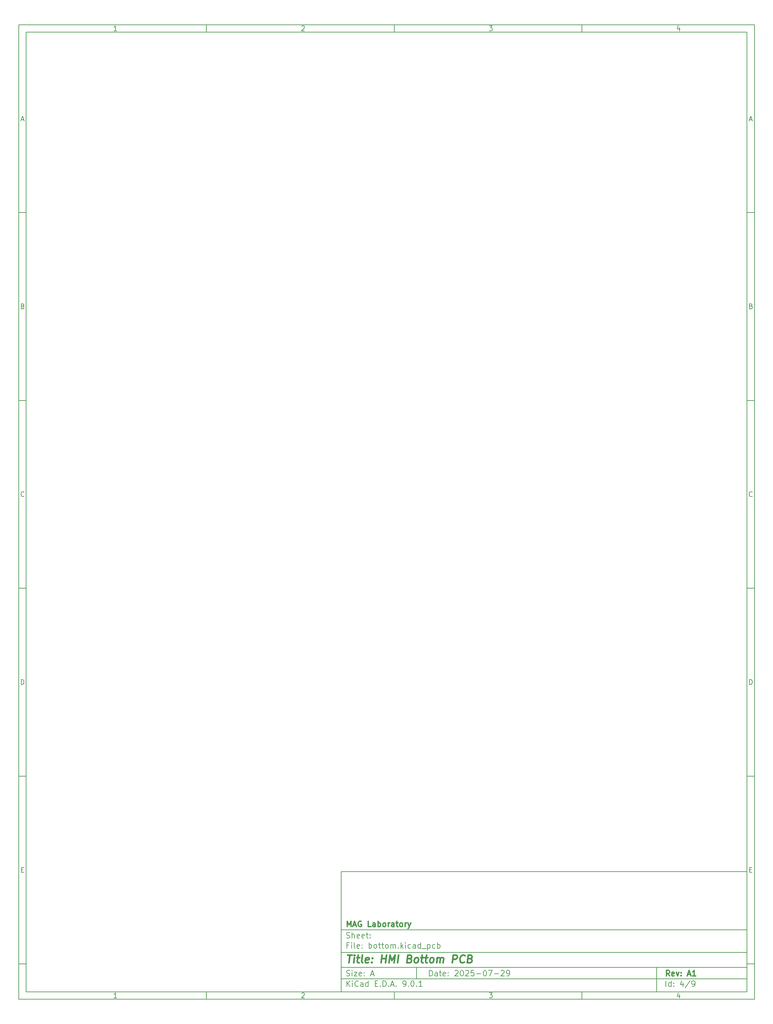
<source format=gbr>
%TF.GenerationSoftware,KiCad,Pcbnew,9.0.1*%
%TF.CreationDate,2025-07-31T02:38:39-07:00*%
%TF.ProjectId,bottom,626f7474-6f6d-42e6-9b69-6361645f7063,A1*%
%TF.SameCoordinates,PX578c1c0PY3d09000*%
%TF.FileFunction,Paste,Bot*%
%TF.FilePolarity,Positive*%
%FSLAX46Y46*%
G04 Gerber Fmt 4.6, Leading zero omitted, Abs format (unit mm)*
G04 Created by KiCad (PCBNEW 9.0.1) date 2025-07-31 02:38:39*
%MOMM*%
%LPD*%
G01*
G04 APERTURE LIST*
%ADD10C,0.100000*%
%ADD11C,0.150000*%
%ADD12C,0.300000*%
%ADD13C,0.400000*%
G04 APERTURE END LIST*
D10*
D11*
X4100000Y-171400000D02*
X112100000Y-171400000D01*
X112100000Y-203400000D01*
X4100000Y-203400000D01*
X4100000Y-171400000D01*
D10*
D11*
X-81800000Y54000000D02*
X114100000Y54000000D01*
X114100000Y-205400000D01*
X-81800000Y-205400000D01*
X-81800000Y54000000D01*
D10*
D11*
X-79800000Y52000000D02*
X112100000Y52000000D01*
X112100000Y-203400000D01*
X-79800000Y-203400000D01*
X-79800000Y52000000D01*
D10*
D11*
X-31800000Y52000000D02*
X-31800000Y54000000D01*
D10*
D11*
X18200000Y52000000D02*
X18200000Y54000000D01*
D10*
D11*
X68200000Y52000000D02*
X68200000Y54000000D01*
D10*
D11*
X-55710840Y52406396D02*
X-56453697Y52406396D01*
X-56082269Y52406396D02*
X-56082269Y53706396D01*
X-56082269Y53706396D02*
X-56206078Y53520681D01*
X-56206078Y53520681D02*
X-56329888Y53396872D01*
X-56329888Y53396872D02*
X-56453697Y53334967D01*
D10*
D11*
X-6453697Y53582586D02*
X-6391793Y53644491D01*
X-6391793Y53644491D02*
X-6267983Y53706396D01*
X-6267983Y53706396D02*
X-5958459Y53706396D01*
X-5958459Y53706396D02*
X-5834650Y53644491D01*
X-5834650Y53644491D02*
X-5772745Y53582586D01*
X-5772745Y53582586D02*
X-5710840Y53458777D01*
X-5710840Y53458777D02*
X-5710840Y53334967D01*
X-5710840Y53334967D02*
X-5772745Y53149253D01*
X-5772745Y53149253D02*
X-6515602Y52406396D01*
X-6515602Y52406396D02*
X-5710840Y52406396D01*
D10*
D11*
X43484398Y53706396D02*
X44289160Y53706396D01*
X44289160Y53706396D02*
X43855826Y53211158D01*
X43855826Y53211158D02*
X44041541Y53211158D01*
X44041541Y53211158D02*
X44165350Y53149253D01*
X44165350Y53149253D02*
X44227255Y53087348D01*
X44227255Y53087348D02*
X44289160Y52963539D01*
X44289160Y52963539D02*
X44289160Y52654015D01*
X44289160Y52654015D02*
X44227255Y52530205D01*
X44227255Y52530205D02*
X44165350Y52468300D01*
X44165350Y52468300D02*
X44041541Y52406396D01*
X44041541Y52406396D02*
X43670112Y52406396D01*
X43670112Y52406396D02*
X43546303Y52468300D01*
X43546303Y52468300D02*
X43484398Y52530205D01*
D10*
D11*
X94165350Y53273062D02*
X94165350Y52406396D01*
X93855826Y53768300D02*
X93546303Y52839729D01*
X93546303Y52839729D02*
X94351064Y52839729D01*
D10*
D11*
X-31800000Y-203400000D02*
X-31800000Y-205400000D01*
D10*
D11*
X18200000Y-203400000D02*
X18200000Y-205400000D01*
D10*
D11*
X68200000Y-203400000D02*
X68200000Y-205400000D01*
D10*
D11*
X-55710840Y-204993604D02*
X-56453697Y-204993604D01*
X-56082269Y-204993604D02*
X-56082269Y-203693604D01*
X-56082269Y-203693604D02*
X-56206078Y-203879319D01*
X-56206078Y-203879319D02*
X-56329888Y-204003128D01*
X-56329888Y-204003128D02*
X-56453697Y-204065033D01*
D10*
D11*
X-6453697Y-203817414D02*
X-6391793Y-203755509D01*
X-6391793Y-203755509D02*
X-6267983Y-203693604D01*
X-6267983Y-203693604D02*
X-5958459Y-203693604D01*
X-5958459Y-203693604D02*
X-5834650Y-203755509D01*
X-5834650Y-203755509D02*
X-5772745Y-203817414D01*
X-5772745Y-203817414D02*
X-5710840Y-203941223D01*
X-5710840Y-203941223D02*
X-5710840Y-204065033D01*
X-5710840Y-204065033D02*
X-5772745Y-204250747D01*
X-5772745Y-204250747D02*
X-6515602Y-204993604D01*
X-6515602Y-204993604D02*
X-5710840Y-204993604D01*
D10*
D11*
X43484398Y-203693604D02*
X44289160Y-203693604D01*
X44289160Y-203693604D02*
X43855826Y-204188842D01*
X43855826Y-204188842D02*
X44041541Y-204188842D01*
X44041541Y-204188842D02*
X44165350Y-204250747D01*
X44165350Y-204250747D02*
X44227255Y-204312652D01*
X44227255Y-204312652D02*
X44289160Y-204436461D01*
X44289160Y-204436461D02*
X44289160Y-204745985D01*
X44289160Y-204745985D02*
X44227255Y-204869795D01*
X44227255Y-204869795D02*
X44165350Y-204931700D01*
X44165350Y-204931700D02*
X44041541Y-204993604D01*
X44041541Y-204993604D02*
X43670112Y-204993604D01*
X43670112Y-204993604D02*
X43546303Y-204931700D01*
X43546303Y-204931700D02*
X43484398Y-204869795D01*
D10*
D11*
X94165350Y-204126938D02*
X94165350Y-204993604D01*
X93855826Y-203631700D02*
X93546303Y-204560271D01*
X93546303Y-204560271D02*
X94351064Y-204560271D01*
D10*
D11*
X-81800000Y4000000D02*
X-79800000Y4000000D01*
D10*
D11*
X-81800000Y-46000000D02*
X-79800000Y-46000000D01*
D10*
D11*
X-81800000Y-96000000D02*
X-79800000Y-96000000D01*
D10*
D11*
X-81800000Y-146000000D02*
X-79800000Y-146000000D01*
D10*
D11*
X-81800000Y-196000000D02*
X-79800000Y-196000000D01*
D10*
D11*
X-81109524Y28777824D02*
X-80490477Y28777824D01*
X-81233334Y28406396D02*
X-80800001Y29706396D01*
X-80800001Y29706396D02*
X-80366667Y28406396D01*
D10*
D11*
X-80707143Y-20912652D02*
X-80521429Y-20974557D01*
X-80521429Y-20974557D02*
X-80459524Y-21036461D01*
X-80459524Y-21036461D02*
X-80397620Y-21160271D01*
X-80397620Y-21160271D02*
X-80397620Y-21345985D01*
X-80397620Y-21345985D02*
X-80459524Y-21469795D01*
X-80459524Y-21469795D02*
X-80521429Y-21531700D01*
X-80521429Y-21531700D02*
X-80645239Y-21593604D01*
X-80645239Y-21593604D02*
X-81140477Y-21593604D01*
X-81140477Y-21593604D02*
X-81140477Y-20293604D01*
X-81140477Y-20293604D02*
X-80707143Y-20293604D01*
X-80707143Y-20293604D02*
X-80583334Y-20355509D01*
X-80583334Y-20355509D02*
X-80521429Y-20417414D01*
X-80521429Y-20417414D02*
X-80459524Y-20541223D01*
X-80459524Y-20541223D02*
X-80459524Y-20665033D01*
X-80459524Y-20665033D02*
X-80521429Y-20788842D01*
X-80521429Y-20788842D02*
X-80583334Y-20850747D01*
X-80583334Y-20850747D02*
X-80707143Y-20912652D01*
X-80707143Y-20912652D02*
X-81140477Y-20912652D01*
D10*
D11*
X-80397620Y-71469795D02*
X-80459524Y-71531700D01*
X-80459524Y-71531700D02*
X-80645239Y-71593604D01*
X-80645239Y-71593604D02*
X-80769048Y-71593604D01*
X-80769048Y-71593604D02*
X-80954762Y-71531700D01*
X-80954762Y-71531700D02*
X-81078572Y-71407890D01*
X-81078572Y-71407890D02*
X-81140477Y-71284080D01*
X-81140477Y-71284080D02*
X-81202381Y-71036461D01*
X-81202381Y-71036461D02*
X-81202381Y-70850747D01*
X-81202381Y-70850747D02*
X-81140477Y-70603128D01*
X-81140477Y-70603128D02*
X-81078572Y-70479319D01*
X-81078572Y-70479319D02*
X-80954762Y-70355509D01*
X-80954762Y-70355509D02*
X-80769048Y-70293604D01*
X-80769048Y-70293604D02*
X-80645239Y-70293604D01*
X-80645239Y-70293604D02*
X-80459524Y-70355509D01*
X-80459524Y-70355509D02*
X-80397620Y-70417414D01*
D10*
D11*
X-81140477Y-121593604D02*
X-81140477Y-120293604D01*
X-81140477Y-120293604D02*
X-80830953Y-120293604D01*
X-80830953Y-120293604D02*
X-80645239Y-120355509D01*
X-80645239Y-120355509D02*
X-80521429Y-120479319D01*
X-80521429Y-120479319D02*
X-80459524Y-120603128D01*
X-80459524Y-120603128D02*
X-80397620Y-120850747D01*
X-80397620Y-120850747D02*
X-80397620Y-121036461D01*
X-80397620Y-121036461D02*
X-80459524Y-121284080D01*
X-80459524Y-121284080D02*
X-80521429Y-121407890D01*
X-80521429Y-121407890D02*
X-80645239Y-121531700D01*
X-80645239Y-121531700D02*
X-80830953Y-121593604D01*
X-80830953Y-121593604D02*
X-81140477Y-121593604D01*
D10*
D11*
X-81078572Y-170912652D02*
X-80645238Y-170912652D01*
X-80459524Y-171593604D02*
X-81078572Y-171593604D01*
X-81078572Y-171593604D02*
X-81078572Y-170293604D01*
X-81078572Y-170293604D02*
X-80459524Y-170293604D01*
D10*
D11*
X114100000Y4000000D02*
X112100000Y4000000D01*
D10*
D11*
X114100000Y-46000000D02*
X112100000Y-46000000D01*
D10*
D11*
X114100000Y-96000000D02*
X112100000Y-96000000D01*
D10*
D11*
X114100000Y-146000000D02*
X112100000Y-146000000D01*
D10*
D11*
X114100000Y-196000000D02*
X112100000Y-196000000D01*
D10*
D11*
X112790476Y28777824D02*
X113409523Y28777824D01*
X112666666Y28406396D02*
X113099999Y29706396D01*
X113099999Y29706396D02*
X113533333Y28406396D01*
D10*
D11*
X113192857Y-20912652D02*
X113378571Y-20974557D01*
X113378571Y-20974557D02*
X113440476Y-21036461D01*
X113440476Y-21036461D02*
X113502380Y-21160271D01*
X113502380Y-21160271D02*
X113502380Y-21345985D01*
X113502380Y-21345985D02*
X113440476Y-21469795D01*
X113440476Y-21469795D02*
X113378571Y-21531700D01*
X113378571Y-21531700D02*
X113254761Y-21593604D01*
X113254761Y-21593604D02*
X112759523Y-21593604D01*
X112759523Y-21593604D02*
X112759523Y-20293604D01*
X112759523Y-20293604D02*
X113192857Y-20293604D01*
X113192857Y-20293604D02*
X113316666Y-20355509D01*
X113316666Y-20355509D02*
X113378571Y-20417414D01*
X113378571Y-20417414D02*
X113440476Y-20541223D01*
X113440476Y-20541223D02*
X113440476Y-20665033D01*
X113440476Y-20665033D02*
X113378571Y-20788842D01*
X113378571Y-20788842D02*
X113316666Y-20850747D01*
X113316666Y-20850747D02*
X113192857Y-20912652D01*
X113192857Y-20912652D02*
X112759523Y-20912652D01*
D10*
D11*
X113502380Y-71469795D02*
X113440476Y-71531700D01*
X113440476Y-71531700D02*
X113254761Y-71593604D01*
X113254761Y-71593604D02*
X113130952Y-71593604D01*
X113130952Y-71593604D02*
X112945238Y-71531700D01*
X112945238Y-71531700D02*
X112821428Y-71407890D01*
X112821428Y-71407890D02*
X112759523Y-71284080D01*
X112759523Y-71284080D02*
X112697619Y-71036461D01*
X112697619Y-71036461D02*
X112697619Y-70850747D01*
X112697619Y-70850747D02*
X112759523Y-70603128D01*
X112759523Y-70603128D02*
X112821428Y-70479319D01*
X112821428Y-70479319D02*
X112945238Y-70355509D01*
X112945238Y-70355509D02*
X113130952Y-70293604D01*
X113130952Y-70293604D02*
X113254761Y-70293604D01*
X113254761Y-70293604D02*
X113440476Y-70355509D01*
X113440476Y-70355509D02*
X113502380Y-70417414D01*
D10*
D11*
X112759523Y-121593604D02*
X112759523Y-120293604D01*
X112759523Y-120293604D02*
X113069047Y-120293604D01*
X113069047Y-120293604D02*
X113254761Y-120355509D01*
X113254761Y-120355509D02*
X113378571Y-120479319D01*
X113378571Y-120479319D02*
X113440476Y-120603128D01*
X113440476Y-120603128D02*
X113502380Y-120850747D01*
X113502380Y-120850747D02*
X113502380Y-121036461D01*
X113502380Y-121036461D02*
X113440476Y-121284080D01*
X113440476Y-121284080D02*
X113378571Y-121407890D01*
X113378571Y-121407890D02*
X113254761Y-121531700D01*
X113254761Y-121531700D02*
X113069047Y-121593604D01*
X113069047Y-121593604D02*
X112759523Y-121593604D01*
D10*
D11*
X112821428Y-170912652D02*
X113254762Y-170912652D01*
X113440476Y-171593604D02*
X112821428Y-171593604D01*
X112821428Y-171593604D02*
X112821428Y-170293604D01*
X112821428Y-170293604D02*
X113440476Y-170293604D01*
D10*
D11*
X27555826Y-199186128D02*
X27555826Y-197686128D01*
X27555826Y-197686128D02*
X27912969Y-197686128D01*
X27912969Y-197686128D02*
X28127255Y-197757557D01*
X28127255Y-197757557D02*
X28270112Y-197900414D01*
X28270112Y-197900414D02*
X28341541Y-198043271D01*
X28341541Y-198043271D02*
X28412969Y-198328985D01*
X28412969Y-198328985D02*
X28412969Y-198543271D01*
X28412969Y-198543271D02*
X28341541Y-198828985D01*
X28341541Y-198828985D02*
X28270112Y-198971842D01*
X28270112Y-198971842D02*
X28127255Y-199114700D01*
X28127255Y-199114700D02*
X27912969Y-199186128D01*
X27912969Y-199186128D02*
X27555826Y-199186128D01*
X29698684Y-199186128D02*
X29698684Y-198400414D01*
X29698684Y-198400414D02*
X29627255Y-198257557D01*
X29627255Y-198257557D02*
X29484398Y-198186128D01*
X29484398Y-198186128D02*
X29198684Y-198186128D01*
X29198684Y-198186128D02*
X29055826Y-198257557D01*
X29698684Y-199114700D02*
X29555826Y-199186128D01*
X29555826Y-199186128D02*
X29198684Y-199186128D01*
X29198684Y-199186128D02*
X29055826Y-199114700D01*
X29055826Y-199114700D02*
X28984398Y-198971842D01*
X28984398Y-198971842D02*
X28984398Y-198828985D01*
X28984398Y-198828985D02*
X29055826Y-198686128D01*
X29055826Y-198686128D02*
X29198684Y-198614700D01*
X29198684Y-198614700D02*
X29555826Y-198614700D01*
X29555826Y-198614700D02*
X29698684Y-198543271D01*
X30198684Y-198186128D02*
X30770112Y-198186128D01*
X30412969Y-197686128D02*
X30412969Y-198971842D01*
X30412969Y-198971842D02*
X30484398Y-199114700D01*
X30484398Y-199114700D02*
X30627255Y-199186128D01*
X30627255Y-199186128D02*
X30770112Y-199186128D01*
X31841541Y-199114700D02*
X31698684Y-199186128D01*
X31698684Y-199186128D02*
X31412970Y-199186128D01*
X31412970Y-199186128D02*
X31270112Y-199114700D01*
X31270112Y-199114700D02*
X31198684Y-198971842D01*
X31198684Y-198971842D02*
X31198684Y-198400414D01*
X31198684Y-198400414D02*
X31270112Y-198257557D01*
X31270112Y-198257557D02*
X31412970Y-198186128D01*
X31412970Y-198186128D02*
X31698684Y-198186128D01*
X31698684Y-198186128D02*
X31841541Y-198257557D01*
X31841541Y-198257557D02*
X31912970Y-198400414D01*
X31912970Y-198400414D02*
X31912970Y-198543271D01*
X31912970Y-198543271D02*
X31198684Y-198686128D01*
X32555826Y-199043271D02*
X32627255Y-199114700D01*
X32627255Y-199114700D02*
X32555826Y-199186128D01*
X32555826Y-199186128D02*
X32484398Y-199114700D01*
X32484398Y-199114700D02*
X32555826Y-199043271D01*
X32555826Y-199043271D02*
X32555826Y-199186128D01*
X32555826Y-198257557D02*
X32627255Y-198328985D01*
X32627255Y-198328985D02*
X32555826Y-198400414D01*
X32555826Y-198400414D02*
X32484398Y-198328985D01*
X32484398Y-198328985D02*
X32555826Y-198257557D01*
X32555826Y-198257557D02*
X32555826Y-198400414D01*
X34341541Y-197828985D02*
X34412969Y-197757557D01*
X34412969Y-197757557D02*
X34555827Y-197686128D01*
X34555827Y-197686128D02*
X34912969Y-197686128D01*
X34912969Y-197686128D02*
X35055827Y-197757557D01*
X35055827Y-197757557D02*
X35127255Y-197828985D01*
X35127255Y-197828985D02*
X35198684Y-197971842D01*
X35198684Y-197971842D02*
X35198684Y-198114700D01*
X35198684Y-198114700D02*
X35127255Y-198328985D01*
X35127255Y-198328985D02*
X34270112Y-199186128D01*
X34270112Y-199186128D02*
X35198684Y-199186128D01*
X36127255Y-197686128D02*
X36270112Y-197686128D01*
X36270112Y-197686128D02*
X36412969Y-197757557D01*
X36412969Y-197757557D02*
X36484398Y-197828985D01*
X36484398Y-197828985D02*
X36555826Y-197971842D01*
X36555826Y-197971842D02*
X36627255Y-198257557D01*
X36627255Y-198257557D02*
X36627255Y-198614700D01*
X36627255Y-198614700D02*
X36555826Y-198900414D01*
X36555826Y-198900414D02*
X36484398Y-199043271D01*
X36484398Y-199043271D02*
X36412969Y-199114700D01*
X36412969Y-199114700D02*
X36270112Y-199186128D01*
X36270112Y-199186128D02*
X36127255Y-199186128D01*
X36127255Y-199186128D02*
X35984398Y-199114700D01*
X35984398Y-199114700D02*
X35912969Y-199043271D01*
X35912969Y-199043271D02*
X35841540Y-198900414D01*
X35841540Y-198900414D02*
X35770112Y-198614700D01*
X35770112Y-198614700D02*
X35770112Y-198257557D01*
X35770112Y-198257557D02*
X35841540Y-197971842D01*
X35841540Y-197971842D02*
X35912969Y-197828985D01*
X35912969Y-197828985D02*
X35984398Y-197757557D01*
X35984398Y-197757557D02*
X36127255Y-197686128D01*
X37198683Y-197828985D02*
X37270111Y-197757557D01*
X37270111Y-197757557D02*
X37412969Y-197686128D01*
X37412969Y-197686128D02*
X37770111Y-197686128D01*
X37770111Y-197686128D02*
X37912969Y-197757557D01*
X37912969Y-197757557D02*
X37984397Y-197828985D01*
X37984397Y-197828985D02*
X38055826Y-197971842D01*
X38055826Y-197971842D02*
X38055826Y-198114700D01*
X38055826Y-198114700D02*
X37984397Y-198328985D01*
X37984397Y-198328985D02*
X37127254Y-199186128D01*
X37127254Y-199186128D02*
X38055826Y-199186128D01*
X39412968Y-197686128D02*
X38698682Y-197686128D01*
X38698682Y-197686128D02*
X38627254Y-198400414D01*
X38627254Y-198400414D02*
X38698682Y-198328985D01*
X38698682Y-198328985D02*
X38841540Y-198257557D01*
X38841540Y-198257557D02*
X39198682Y-198257557D01*
X39198682Y-198257557D02*
X39341540Y-198328985D01*
X39341540Y-198328985D02*
X39412968Y-198400414D01*
X39412968Y-198400414D02*
X39484397Y-198543271D01*
X39484397Y-198543271D02*
X39484397Y-198900414D01*
X39484397Y-198900414D02*
X39412968Y-199043271D01*
X39412968Y-199043271D02*
X39341540Y-199114700D01*
X39341540Y-199114700D02*
X39198682Y-199186128D01*
X39198682Y-199186128D02*
X38841540Y-199186128D01*
X38841540Y-199186128D02*
X38698682Y-199114700D01*
X38698682Y-199114700D02*
X38627254Y-199043271D01*
X40127253Y-198614700D02*
X41270111Y-198614700D01*
X42270111Y-197686128D02*
X42412968Y-197686128D01*
X42412968Y-197686128D02*
X42555825Y-197757557D01*
X42555825Y-197757557D02*
X42627254Y-197828985D01*
X42627254Y-197828985D02*
X42698682Y-197971842D01*
X42698682Y-197971842D02*
X42770111Y-198257557D01*
X42770111Y-198257557D02*
X42770111Y-198614700D01*
X42770111Y-198614700D02*
X42698682Y-198900414D01*
X42698682Y-198900414D02*
X42627254Y-199043271D01*
X42627254Y-199043271D02*
X42555825Y-199114700D01*
X42555825Y-199114700D02*
X42412968Y-199186128D01*
X42412968Y-199186128D02*
X42270111Y-199186128D01*
X42270111Y-199186128D02*
X42127254Y-199114700D01*
X42127254Y-199114700D02*
X42055825Y-199043271D01*
X42055825Y-199043271D02*
X41984396Y-198900414D01*
X41984396Y-198900414D02*
X41912968Y-198614700D01*
X41912968Y-198614700D02*
X41912968Y-198257557D01*
X41912968Y-198257557D02*
X41984396Y-197971842D01*
X41984396Y-197971842D02*
X42055825Y-197828985D01*
X42055825Y-197828985D02*
X42127254Y-197757557D01*
X42127254Y-197757557D02*
X42270111Y-197686128D01*
X43270110Y-197686128D02*
X44270110Y-197686128D01*
X44270110Y-197686128D02*
X43627253Y-199186128D01*
X44841538Y-198614700D02*
X45984396Y-198614700D01*
X46627253Y-197828985D02*
X46698681Y-197757557D01*
X46698681Y-197757557D02*
X46841539Y-197686128D01*
X46841539Y-197686128D02*
X47198681Y-197686128D01*
X47198681Y-197686128D02*
X47341539Y-197757557D01*
X47341539Y-197757557D02*
X47412967Y-197828985D01*
X47412967Y-197828985D02*
X47484396Y-197971842D01*
X47484396Y-197971842D02*
X47484396Y-198114700D01*
X47484396Y-198114700D02*
X47412967Y-198328985D01*
X47412967Y-198328985D02*
X46555824Y-199186128D01*
X46555824Y-199186128D02*
X47484396Y-199186128D01*
X48198681Y-199186128D02*
X48484395Y-199186128D01*
X48484395Y-199186128D02*
X48627252Y-199114700D01*
X48627252Y-199114700D02*
X48698681Y-199043271D01*
X48698681Y-199043271D02*
X48841538Y-198828985D01*
X48841538Y-198828985D02*
X48912967Y-198543271D01*
X48912967Y-198543271D02*
X48912967Y-197971842D01*
X48912967Y-197971842D02*
X48841538Y-197828985D01*
X48841538Y-197828985D02*
X48770110Y-197757557D01*
X48770110Y-197757557D02*
X48627252Y-197686128D01*
X48627252Y-197686128D02*
X48341538Y-197686128D01*
X48341538Y-197686128D02*
X48198681Y-197757557D01*
X48198681Y-197757557D02*
X48127252Y-197828985D01*
X48127252Y-197828985D02*
X48055824Y-197971842D01*
X48055824Y-197971842D02*
X48055824Y-198328985D01*
X48055824Y-198328985D02*
X48127252Y-198471842D01*
X48127252Y-198471842D02*
X48198681Y-198543271D01*
X48198681Y-198543271D02*
X48341538Y-198614700D01*
X48341538Y-198614700D02*
X48627252Y-198614700D01*
X48627252Y-198614700D02*
X48770110Y-198543271D01*
X48770110Y-198543271D02*
X48841538Y-198471842D01*
X48841538Y-198471842D02*
X48912967Y-198328985D01*
D10*
D11*
X4100000Y-199900000D02*
X112100000Y-199900000D01*
D10*
D11*
X5555826Y-201986128D02*
X5555826Y-200486128D01*
X6412969Y-201986128D02*
X5770112Y-201128985D01*
X6412969Y-200486128D02*
X5555826Y-201343271D01*
X7055826Y-201986128D02*
X7055826Y-200986128D01*
X7055826Y-200486128D02*
X6984398Y-200557557D01*
X6984398Y-200557557D02*
X7055826Y-200628985D01*
X7055826Y-200628985D02*
X7127255Y-200557557D01*
X7127255Y-200557557D02*
X7055826Y-200486128D01*
X7055826Y-200486128D02*
X7055826Y-200628985D01*
X8627255Y-201843271D02*
X8555827Y-201914700D01*
X8555827Y-201914700D02*
X8341541Y-201986128D01*
X8341541Y-201986128D02*
X8198684Y-201986128D01*
X8198684Y-201986128D02*
X7984398Y-201914700D01*
X7984398Y-201914700D02*
X7841541Y-201771842D01*
X7841541Y-201771842D02*
X7770112Y-201628985D01*
X7770112Y-201628985D02*
X7698684Y-201343271D01*
X7698684Y-201343271D02*
X7698684Y-201128985D01*
X7698684Y-201128985D02*
X7770112Y-200843271D01*
X7770112Y-200843271D02*
X7841541Y-200700414D01*
X7841541Y-200700414D02*
X7984398Y-200557557D01*
X7984398Y-200557557D02*
X8198684Y-200486128D01*
X8198684Y-200486128D02*
X8341541Y-200486128D01*
X8341541Y-200486128D02*
X8555827Y-200557557D01*
X8555827Y-200557557D02*
X8627255Y-200628985D01*
X9912970Y-201986128D02*
X9912970Y-201200414D01*
X9912970Y-201200414D02*
X9841541Y-201057557D01*
X9841541Y-201057557D02*
X9698684Y-200986128D01*
X9698684Y-200986128D02*
X9412970Y-200986128D01*
X9412970Y-200986128D02*
X9270112Y-201057557D01*
X9912970Y-201914700D02*
X9770112Y-201986128D01*
X9770112Y-201986128D02*
X9412970Y-201986128D01*
X9412970Y-201986128D02*
X9270112Y-201914700D01*
X9270112Y-201914700D02*
X9198684Y-201771842D01*
X9198684Y-201771842D02*
X9198684Y-201628985D01*
X9198684Y-201628985D02*
X9270112Y-201486128D01*
X9270112Y-201486128D02*
X9412970Y-201414700D01*
X9412970Y-201414700D02*
X9770112Y-201414700D01*
X9770112Y-201414700D02*
X9912970Y-201343271D01*
X11270113Y-201986128D02*
X11270113Y-200486128D01*
X11270113Y-201914700D02*
X11127255Y-201986128D01*
X11127255Y-201986128D02*
X10841541Y-201986128D01*
X10841541Y-201986128D02*
X10698684Y-201914700D01*
X10698684Y-201914700D02*
X10627255Y-201843271D01*
X10627255Y-201843271D02*
X10555827Y-201700414D01*
X10555827Y-201700414D02*
X10555827Y-201271842D01*
X10555827Y-201271842D02*
X10627255Y-201128985D01*
X10627255Y-201128985D02*
X10698684Y-201057557D01*
X10698684Y-201057557D02*
X10841541Y-200986128D01*
X10841541Y-200986128D02*
X11127255Y-200986128D01*
X11127255Y-200986128D02*
X11270113Y-201057557D01*
X13127255Y-201200414D02*
X13627255Y-201200414D01*
X13841541Y-201986128D02*
X13127255Y-201986128D01*
X13127255Y-201986128D02*
X13127255Y-200486128D01*
X13127255Y-200486128D02*
X13841541Y-200486128D01*
X14484398Y-201843271D02*
X14555827Y-201914700D01*
X14555827Y-201914700D02*
X14484398Y-201986128D01*
X14484398Y-201986128D02*
X14412970Y-201914700D01*
X14412970Y-201914700D02*
X14484398Y-201843271D01*
X14484398Y-201843271D02*
X14484398Y-201986128D01*
X15198684Y-201986128D02*
X15198684Y-200486128D01*
X15198684Y-200486128D02*
X15555827Y-200486128D01*
X15555827Y-200486128D02*
X15770113Y-200557557D01*
X15770113Y-200557557D02*
X15912970Y-200700414D01*
X15912970Y-200700414D02*
X15984399Y-200843271D01*
X15984399Y-200843271D02*
X16055827Y-201128985D01*
X16055827Y-201128985D02*
X16055827Y-201343271D01*
X16055827Y-201343271D02*
X15984399Y-201628985D01*
X15984399Y-201628985D02*
X15912970Y-201771842D01*
X15912970Y-201771842D02*
X15770113Y-201914700D01*
X15770113Y-201914700D02*
X15555827Y-201986128D01*
X15555827Y-201986128D02*
X15198684Y-201986128D01*
X16698684Y-201843271D02*
X16770113Y-201914700D01*
X16770113Y-201914700D02*
X16698684Y-201986128D01*
X16698684Y-201986128D02*
X16627256Y-201914700D01*
X16627256Y-201914700D02*
X16698684Y-201843271D01*
X16698684Y-201843271D02*
X16698684Y-201986128D01*
X17341542Y-201557557D02*
X18055828Y-201557557D01*
X17198685Y-201986128D02*
X17698685Y-200486128D01*
X17698685Y-200486128D02*
X18198685Y-201986128D01*
X18698684Y-201843271D02*
X18770113Y-201914700D01*
X18770113Y-201914700D02*
X18698684Y-201986128D01*
X18698684Y-201986128D02*
X18627256Y-201914700D01*
X18627256Y-201914700D02*
X18698684Y-201843271D01*
X18698684Y-201843271D02*
X18698684Y-201986128D01*
X20627256Y-201986128D02*
X20912970Y-201986128D01*
X20912970Y-201986128D02*
X21055827Y-201914700D01*
X21055827Y-201914700D02*
X21127256Y-201843271D01*
X21127256Y-201843271D02*
X21270113Y-201628985D01*
X21270113Y-201628985D02*
X21341542Y-201343271D01*
X21341542Y-201343271D02*
X21341542Y-200771842D01*
X21341542Y-200771842D02*
X21270113Y-200628985D01*
X21270113Y-200628985D02*
X21198685Y-200557557D01*
X21198685Y-200557557D02*
X21055827Y-200486128D01*
X21055827Y-200486128D02*
X20770113Y-200486128D01*
X20770113Y-200486128D02*
X20627256Y-200557557D01*
X20627256Y-200557557D02*
X20555827Y-200628985D01*
X20555827Y-200628985D02*
X20484399Y-200771842D01*
X20484399Y-200771842D02*
X20484399Y-201128985D01*
X20484399Y-201128985D02*
X20555827Y-201271842D01*
X20555827Y-201271842D02*
X20627256Y-201343271D01*
X20627256Y-201343271D02*
X20770113Y-201414700D01*
X20770113Y-201414700D02*
X21055827Y-201414700D01*
X21055827Y-201414700D02*
X21198685Y-201343271D01*
X21198685Y-201343271D02*
X21270113Y-201271842D01*
X21270113Y-201271842D02*
X21341542Y-201128985D01*
X21984398Y-201843271D02*
X22055827Y-201914700D01*
X22055827Y-201914700D02*
X21984398Y-201986128D01*
X21984398Y-201986128D02*
X21912970Y-201914700D01*
X21912970Y-201914700D02*
X21984398Y-201843271D01*
X21984398Y-201843271D02*
X21984398Y-201986128D01*
X22984399Y-200486128D02*
X23127256Y-200486128D01*
X23127256Y-200486128D02*
X23270113Y-200557557D01*
X23270113Y-200557557D02*
X23341542Y-200628985D01*
X23341542Y-200628985D02*
X23412970Y-200771842D01*
X23412970Y-200771842D02*
X23484399Y-201057557D01*
X23484399Y-201057557D02*
X23484399Y-201414700D01*
X23484399Y-201414700D02*
X23412970Y-201700414D01*
X23412970Y-201700414D02*
X23341542Y-201843271D01*
X23341542Y-201843271D02*
X23270113Y-201914700D01*
X23270113Y-201914700D02*
X23127256Y-201986128D01*
X23127256Y-201986128D02*
X22984399Y-201986128D01*
X22984399Y-201986128D02*
X22841542Y-201914700D01*
X22841542Y-201914700D02*
X22770113Y-201843271D01*
X22770113Y-201843271D02*
X22698684Y-201700414D01*
X22698684Y-201700414D02*
X22627256Y-201414700D01*
X22627256Y-201414700D02*
X22627256Y-201057557D01*
X22627256Y-201057557D02*
X22698684Y-200771842D01*
X22698684Y-200771842D02*
X22770113Y-200628985D01*
X22770113Y-200628985D02*
X22841542Y-200557557D01*
X22841542Y-200557557D02*
X22984399Y-200486128D01*
X24127255Y-201843271D02*
X24198684Y-201914700D01*
X24198684Y-201914700D02*
X24127255Y-201986128D01*
X24127255Y-201986128D02*
X24055827Y-201914700D01*
X24055827Y-201914700D02*
X24127255Y-201843271D01*
X24127255Y-201843271D02*
X24127255Y-201986128D01*
X25627256Y-201986128D02*
X24770113Y-201986128D01*
X25198684Y-201986128D02*
X25198684Y-200486128D01*
X25198684Y-200486128D02*
X25055827Y-200700414D01*
X25055827Y-200700414D02*
X24912970Y-200843271D01*
X24912970Y-200843271D02*
X24770113Y-200914700D01*
D10*
D11*
X4100000Y-196900000D02*
X112100000Y-196900000D01*
D10*
D12*
X91511653Y-199178328D02*
X91011653Y-198464042D01*
X90654510Y-199178328D02*
X90654510Y-197678328D01*
X90654510Y-197678328D02*
X91225939Y-197678328D01*
X91225939Y-197678328D02*
X91368796Y-197749757D01*
X91368796Y-197749757D02*
X91440225Y-197821185D01*
X91440225Y-197821185D02*
X91511653Y-197964042D01*
X91511653Y-197964042D02*
X91511653Y-198178328D01*
X91511653Y-198178328D02*
X91440225Y-198321185D01*
X91440225Y-198321185D02*
X91368796Y-198392614D01*
X91368796Y-198392614D02*
X91225939Y-198464042D01*
X91225939Y-198464042D02*
X90654510Y-198464042D01*
X92725939Y-199106900D02*
X92583082Y-199178328D01*
X92583082Y-199178328D02*
X92297368Y-199178328D01*
X92297368Y-199178328D02*
X92154510Y-199106900D01*
X92154510Y-199106900D02*
X92083082Y-198964042D01*
X92083082Y-198964042D02*
X92083082Y-198392614D01*
X92083082Y-198392614D02*
X92154510Y-198249757D01*
X92154510Y-198249757D02*
X92297368Y-198178328D01*
X92297368Y-198178328D02*
X92583082Y-198178328D01*
X92583082Y-198178328D02*
X92725939Y-198249757D01*
X92725939Y-198249757D02*
X92797368Y-198392614D01*
X92797368Y-198392614D02*
X92797368Y-198535471D01*
X92797368Y-198535471D02*
X92083082Y-198678328D01*
X93297367Y-198178328D02*
X93654510Y-199178328D01*
X93654510Y-199178328D02*
X94011653Y-198178328D01*
X94583081Y-199035471D02*
X94654510Y-199106900D01*
X94654510Y-199106900D02*
X94583081Y-199178328D01*
X94583081Y-199178328D02*
X94511653Y-199106900D01*
X94511653Y-199106900D02*
X94583081Y-199035471D01*
X94583081Y-199035471D02*
X94583081Y-199178328D01*
X94583081Y-198249757D02*
X94654510Y-198321185D01*
X94654510Y-198321185D02*
X94583081Y-198392614D01*
X94583081Y-198392614D02*
X94511653Y-198321185D01*
X94511653Y-198321185D02*
X94583081Y-198249757D01*
X94583081Y-198249757D02*
X94583081Y-198392614D01*
X96368796Y-198749757D02*
X97083082Y-198749757D01*
X96225939Y-199178328D02*
X96725939Y-197678328D01*
X96725939Y-197678328D02*
X97225939Y-199178328D01*
X98511653Y-199178328D02*
X97654510Y-199178328D01*
X98083081Y-199178328D02*
X98083081Y-197678328D01*
X98083081Y-197678328D02*
X97940224Y-197892614D01*
X97940224Y-197892614D02*
X97797367Y-198035471D01*
X97797367Y-198035471D02*
X97654510Y-198106900D01*
D10*
D11*
X5484398Y-199114700D02*
X5698684Y-199186128D01*
X5698684Y-199186128D02*
X6055826Y-199186128D01*
X6055826Y-199186128D02*
X6198684Y-199114700D01*
X6198684Y-199114700D02*
X6270112Y-199043271D01*
X6270112Y-199043271D02*
X6341541Y-198900414D01*
X6341541Y-198900414D02*
X6341541Y-198757557D01*
X6341541Y-198757557D02*
X6270112Y-198614700D01*
X6270112Y-198614700D02*
X6198684Y-198543271D01*
X6198684Y-198543271D02*
X6055826Y-198471842D01*
X6055826Y-198471842D02*
X5770112Y-198400414D01*
X5770112Y-198400414D02*
X5627255Y-198328985D01*
X5627255Y-198328985D02*
X5555826Y-198257557D01*
X5555826Y-198257557D02*
X5484398Y-198114700D01*
X5484398Y-198114700D02*
X5484398Y-197971842D01*
X5484398Y-197971842D02*
X5555826Y-197828985D01*
X5555826Y-197828985D02*
X5627255Y-197757557D01*
X5627255Y-197757557D02*
X5770112Y-197686128D01*
X5770112Y-197686128D02*
X6127255Y-197686128D01*
X6127255Y-197686128D02*
X6341541Y-197757557D01*
X6984397Y-199186128D02*
X6984397Y-198186128D01*
X6984397Y-197686128D02*
X6912969Y-197757557D01*
X6912969Y-197757557D02*
X6984397Y-197828985D01*
X6984397Y-197828985D02*
X7055826Y-197757557D01*
X7055826Y-197757557D02*
X6984397Y-197686128D01*
X6984397Y-197686128D02*
X6984397Y-197828985D01*
X7555826Y-198186128D02*
X8341541Y-198186128D01*
X8341541Y-198186128D02*
X7555826Y-199186128D01*
X7555826Y-199186128D02*
X8341541Y-199186128D01*
X9484398Y-199114700D02*
X9341541Y-199186128D01*
X9341541Y-199186128D02*
X9055827Y-199186128D01*
X9055827Y-199186128D02*
X8912969Y-199114700D01*
X8912969Y-199114700D02*
X8841541Y-198971842D01*
X8841541Y-198971842D02*
X8841541Y-198400414D01*
X8841541Y-198400414D02*
X8912969Y-198257557D01*
X8912969Y-198257557D02*
X9055827Y-198186128D01*
X9055827Y-198186128D02*
X9341541Y-198186128D01*
X9341541Y-198186128D02*
X9484398Y-198257557D01*
X9484398Y-198257557D02*
X9555827Y-198400414D01*
X9555827Y-198400414D02*
X9555827Y-198543271D01*
X9555827Y-198543271D02*
X8841541Y-198686128D01*
X10198683Y-199043271D02*
X10270112Y-199114700D01*
X10270112Y-199114700D02*
X10198683Y-199186128D01*
X10198683Y-199186128D02*
X10127255Y-199114700D01*
X10127255Y-199114700D02*
X10198683Y-199043271D01*
X10198683Y-199043271D02*
X10198683Y-199186128D01*
X10198683Y-198257557D02*
X10270112Y-198328985D01*
X10270112Y-198328985D02*
X10198683Y-198400414D01*
X10198683Y-198400414D02*
X10127255Y-198328985D01*
X10127255Y-198328985D02*
X10198683Y-198257557D01*
X10198683Y-198257557D02*
X10198683Y-198400414D01*
X11984398Y-198757557D02*
X12698684Y-198757557D01*
X11841541Y-199186128D02*
X12341541Y-197686128D01*
X12341541Y-197686128D02*
X12841541Y-199186128D01*
D10*
D11*
X90555826Y-201986128D02*
X90555826Y-200486128D01*
X91912970Y-201986128D02*
X91912970Y-200486128D01*
X91912970Y-201914700D02*
X91770112Y-201986128D01*
X91770112Y-201986128D02*
X91484398Y-201986128D01*
X91484398Y-201986128D02*
X91341541Y-201914700D01*
X91341541Y-201914700D02*
X91270112Y-201843271D01*
X91270112Y-201843271D02*
X91198684Y-201700414D01*
X91198684Y-201700414D02*
X91198684Y-201271842D01*
X91198684Y-201271842D02*
X91270112Y-201128985D01*
X91270112Y-201128985D02*
X91341541Y-201057557D01*
X91341541Y-201057557D02*
X91484398Y-200986128D01*
X91484398Y-200986128D02*
X91770112Y-200986128D01*
X91770112Y-200986128D02*
X91912970Y-201057557D01*
X92627255Y-201843271D02*
X92698684Y-201914700D01*
X92698684Y-201914700D02*
X92627255Y-201986128D01*
X92627255Y-201986128D02*
X92555827Y-201914700D01*
X92555827Y-201914700D02*
X92627255Y-201843271D01*
X92627255Y-201843271D02*
X92627255Y-201986128D01*
X92627255Y-201057557D02*
X92698684Y-201128985D01*
X92698684Y-201128985D02*
X92627255Y-201200414D01*
X92627255Y-201200414D02*
X92555827Y-201128985D01*
X92555827Y-201128985D02*
X92627255Y-201057557D01*
X92627255Y-201057557D02*
X92627255Y-201200414D01*
X95127256Y-200986128D02*
X95127256Y-201986128D01*
X94770113Y-200414700D02*
X94412970Y-201486128D01*
X94412970Y-201486128D02*
X95341541Y-201486128D01*
X96984398Y-200414700D02*
X95698684Y-202343271D01*
X97555827Y-201986128D02*
X97841541Y-201986128D01*
X97841541Y-201986128D02*
X97984398Y-201914700D01*
X97984398Y-201914700D02*
X98055827Y-201843271D01*
X98055827Y-201843271D02*
X98198684Y-201628985D01*
X98198684Y-201628985D02*
X98270113Y-201343271D01*
X98270113Y-201343271D02*
X98270113Y-200771842D01*
X98270113Y-200771842D02*
X98198684Y-200628985D01*
X98198684Y-200628985D02*
X98127256Y-200557557D01*
X98127256Y-200557557D02*
X97984398Y-200486128D01*
X97984398Y-200486128D02*
X97698684Y-200486128D01*
X97698684Y-200486128D02*
X97555827Y-200557557D01*
X97555827Y-200557557D02*
X97484398Y-200628985D01*
X97484398Y-200628985D02*
X97412970Y-200771842D01*
X97412970Y-200771842D02*
X97412970Y-201128985D01*
X97412970Y-201128985D02*
X97484398Y-201271842D01*
X97484398Y-201271842D02*
X97555827Y-201343271D01*
X97555827Y-201343271D02*
X97698684Y-201414700D01*
X97698684Y-201414700D02*
X97984398Y-201414700D01*
X97984398Y-201414700D02*
X98127256Y-201343271D01*
X98127256Y-201343271D02*
X98198684Y-201271842D01*
X98198684Y-201271842D02*
X98270113Y-201128985D01*
D10*
D11*
X4100000Y-192900000D02*
X112100000Y-192900000D01*
D10*
D13*
X5791728Y-193604438D02*
X6934585Y-193604438D01*
X6113157Y-195604438D02*
X6363157Y-193604438D01*
X7351252Y-195604438D02*
X7517919Y-194271104D01*
X7601252Y-193604438D02*
X7494109Y-193699676D01*
X7494109Y-193699676D02*
X7577443Y-193794914D01*
X7577443Y-193794914D02*
X7684586Y-193699676D01*
X7684586Y-193699676D02*
X7601252Y-193604438D01*
X7601252Y-193604438D02*
X7577443Y-193794914D01*
X8184586Y-194271104D02*
X8946490Y-194271104D01*
X8553633Y-193604438D02*
X8339348Y-195318723D01*
X8339348Y-195318723D02*
X8410776Y-195509200D01*
X8410776Y-195509200D02*
X8589348Y-195604438D01*
X8589348Y-195604438D02*
X8779824Y-195604438D01*
X9732205Y-195604438D02*
X9553633Y-195509200D01*
X9553633Y-195509200D02*
X9482205Y-195318723D01*
X9482205Y-195318723D02*
X9696490Y-193604438D01*
X11267919Y-195509200D02*
X11065538Y-195604438D01*
X11065538Y-195604438D02*
X10684585Y-195604438D01*
X10684585Y-195604438D02*
X10506014Y-195509200D01*
X10506014Y-195509200D02*
X10434585Y-195318723D01*
X10434585Y-195318723D02*
X10529824Y-194556819D01*
X10529824Y-194556819D02*
X10648871Y-194366342D01*
X10648871Y-194366342D02*
X10851252Y-194271104D01*
X10851252Y-194271104D02*
X11232204Y-194271104D01*
X11232204Y-194271104D02*
X11410776Y-194366342D01*
X11410776Y-194366342D02*
X11482204Y-194556819D01*
X11482204Y-194556819D02*
X11458395Y-194747295D01*
X11458395Y-194747295D02*
X10482204Y-194937771D01*
X12232205Y-195413961D02*
X12315538Y-195509200D01*
X12315538Y-195509200D02*
X12208395Y-195604438D01*
X12208395Y-195604438D02*
X12125062Y-195509200D01*
X12125062Y-195509200D02*
X12232205Y-195413961D01*
X12232205Y-195413961D02*
X12208395Y-195604438D01*
X12363157Y-194366342D02*
X12446490Y-194461580D01*
X12446490Y-194461580D02*
X12339348Y-194556819D01*
X12339348Y-194556819D02*
X12256014Y-194461580D01*
X12256014Y-194461580D02*
X12363157Y-194366342D01*
X12363157Y-194366342D02*
X12339348Y-194556819D01*
X14684586Y-195604438D02*
X14934586Y-193604438D01*
X14815539Y-194556819D02*
X15958396Y-194556819D01*
X15827443Y-195604438D02*
X16077443Y-193604438D01*
X16779824Y-195604438D02*
X17029824Y-193604438D01*
X17029824Y-193604438D02*
X17517919Y-195033009D01*
X17517919Y-195033009D02*
X18363158Y-193604438D01*
X18363158Y-193604438D02*
X18113158Y-195604438D01*
X19065538Y-195604438D02*
X19315538Y-193604438D01*
X22339348Y-194556819D02*
X22613158Y-194652057D01*
X22613158Y-194652057D02*
X22696491Y-194747295D01*
X22696491Y-194747295D02*
X22767920Y-194937771D01*
X22767920Y-194937771D02*
X22732205Y-195223485D01*
X22732205Y-195223485D02*
X22613158Y-195413961D01*
X22613158Y-195413961D02*
X22506015Y-195509200D01*
X22506015Y-195509200D02*
X22303634Y-195604438D01*
X22303634Y-195604438D02*
X21541729Y-195604438D01*
X21541729Y-195604438D02*
X21791729Y-193604438D01*
X21791729Y-193604438D02*
X22458396Y-193604438D01*
X22458396Y-193604438D02*
X22636967Y-193699676D01*
X22636967Y-193699676D02*
X22720301Y-193794914D01*
X22720301Y-193794914D02*
X22791729Y-193985390D01*
X22791729Y-193985390D02*
X22767920Y-194175866D01*
X22767920Y-194175866D02*
X22648872Y-194366342D01*
X22648872Y-194366342D02*
X22541729Y-194461580D01*
X22541729Y-194461580D02*
X22339348Y-194556819D01*
X22339348Y-194556819D02*
X21672682Y-194556819D01*
X23827444Y-195604438D02*
X23648872Y-195509200D01*
X23648872Y-195509200D02*
X23565539Y-195413961D01*
X23565539Y-195413961D02*
X23494110Y-195223485D01*
X23494110Y-195223485D02*
X23565539Y-194652057D01*
X23565539Y-194652057D02*
X23684586Y-194461580D01*
X23684586Y-194461580D02*
X23791729Y-194366342D01*
X23791729Y-194366342D02*
X23994110Y-194271104D01*
X23994110Y-194271104D02*
X24279824Y-194271104D01*
X24279824Y-194271104D02*
X24458396Y-194366342D01*
X24458396Y-194366342D02*
X24541729Y-194461580D01*
X24541729Y-194461580D02*
X24613158Y-194652057D01*
X24613158Y-194652057D02*
X24541729Y-195223485D01*
X24541729Y-195223485D02*
X24422682Y-195413961D01*
X24422682Y-195413961D02*
X24315539Y-195509200D01*
X24315539Y-195509200D02*
X24113158Y-195604438D01*
X24113158Y-195604438D02*
X23827444Y-195604438D01*
X25232206Y-194271104D02*
X25994110Y-194271104D01*
X25601253Y-193604438D02*
X25386968Y-195318723D01*
X25386968Y-195318723D02*
X25458396Y-195509200D01*
X25458396Y-195509200D02*
X25636968Y-195604438D01*
X25636968Y-195604438D02*
X25827444Y-195604438D01*
X26375063Y-194271104D02*
X27136967Y-194271104D01*
X26744110Y-193604438D02*
X26529825Y-195318723D01*
X26529825Y-195318723D02*
X26601253Y-195509200D01*
X26601253Y-195509200D02*
X26779825Y-195604438D01*
X26779825Y-195604438D02*
X26970301Y-195604438D01*
X27922682Y-195604438D02*
X27744110Y-195509200D01*
X27744110Y-195509200D02*
X27660777Y-195413961D01*
X27660777Y-195413961D02*
X27589348Y-195223485D01*
X27589348Y-195223485D02*
X27660777Y-194652057D01*
X27660777Y-194652057D02*
X27779824Y-194461580D01*
X27779824Y-194461580D02*
X27886967Y-194366342D01*
X27886967Y-194366342D02*
X28089348Y-194271104D01*
X28089348Y-194271104D02*
X28375062Y-194271104D01*
X28375062Y-194271104D02*
X28553634Y-194366342D01*
X28553634Y-194366342D02*
X28636967Y-194461580D01*
X28636967Y-194461580D02*
X28708396Y-194652057D01*
X28708396Y-194652057D02*
X28636967Y-195223485D01*
X28636967Y-195223485D02*
X28517920Y-195413961D01*
X28517920Y-195413961D02*
X28410777Y-195509200D01*
X28410777Y-195509200D02*
X28208396Y-195604438D01*
X28208396Y-195604438D02*
X27922682Y-195604438D01*
X29446491Y-195604438D02*
X29613158Y-194271104D01*
X29589348Y-194461580D02*
X29696491Y-194366342D01*
X29696491Y-194366342D02*
X29898872Y-194271104D01*
X29898872Y-194271104D02*
X30184586Y-194271104D01*
X30184586Y-194271104D02*
X30363158Y-194366342D01*
X30363158Y-194366342D02*
X30434586Y-194556819D01*
X30434586Y-194556819D02*
X30303634Y-195604438D01*
X30434586Y-194556819D02*
X30553634Y-194366342D01*
X30553634Y-194366342D02*
X30756015Y-194271104D01*
X30756015Y-194271104D02*
X31041729Y-194271104D01*
X31041729Y-194271104D02*
X31220301Y-194366342D01*
X31220301Y-194366342D02*
X31291729Y-194556819D01*
X31291729Y-194556819D02*
X31160777Y-195604438D01*
X33636968Y-195604438D02*
X33886968Y-193604438D01*
X33886968Y-193604438D02*
X34648873Y-193604438D01*
X34648873Y-193604438D02*
X34827444Y-193699676D01*
X34827444Y-193699676D02*
X34910778Y-193794914D01*
X34910778Y-193794914D02*
X34982206Y-193985390D01*
X34982206Y-193985390D02*
X34946492Y-194271104D01*
X34946492Y-194271104D02*
X34827444Y-194461580D01*
X34827444Y-194461580D02*
X34720302Y-194556819D01*
X34720302Y-194556819D02*
X34517921Y-194652057D01*
X34517921Y-194652057D02*
X33756016Y-194652057D01*
X36803635Y-195413961D02*
X36696492Y-195509200D01*
X36696492Y-195509200D02*
X36398873Y-195604438D01*
X36398873Y-195604438D02*
X36208397Y-195604438D01*
X36208397Y-195604438D02*
X35934587Y-195509200D01*
X35934587Y-195509200D02*
X35767921Y-195318723D01*
X35767921Y-195318723D02*
X35696492Y-195128247D01*
X35696492Y-195128247D02*
X35648873Y-194747295D01*
X35648873Y-194747295D02*
X35684587Y-194461580D01*
X35684587Y-194461580D02*
X35827444Y-194080628D01*
X35827444Y-194080628D02*
X35946492Y-193890152D01*
X35946492Y-193890152D02*
X36160778Y-193699676D01*
X36160778Y-193699676D02*
X36458397Y-193604438D01*
X36458397Y-193604438D02*
X36648873Y-193604438D01*
X36648873Y-193604438D02*
X36922683Y-193699676D01*
X36922683Y-193699676D02*
X37006016Y-193794914D01*
X38434587Y-194556819D02*
X38708397Y-194652057D01*
X38708397Y-194652057D02*
X38791730Y-194747295D01*
X38791730Y-194747295D02*
X38863159Y-194937771D01*
X38863159Y-194937771D02*
X38827444Y-195223485D01*
X38827444Y-195223485D02*
X38708397Y-195413961D01*
X38708397Y-195413961D02*
X38601254Y-195509200D01*
X38601254Y-195509200D02*
X38398873Y-195604438D01*
X38398873Y-195604438D02*
X37636968Y-195604438D01*
X37636968Y-195604438D02*
X37886968Y-193604438D01*
X37886968Y-193604438D02*
X38553635Y-193604438D01*
X38553635Y-193604438D02*
X38732206Y-193699676D01*
X38732206Y-193699676D02*
X38815540Y-193794914D01*
X38815540Y-193794914D02*
X38886968Y-193985390D01*
X38886968Y-193985390D02*
X38863159Y-194175866D01*
X38863159Y-194175866D02*
X38744111Y-194366342D01*
X38744111Y-194366342D02*
X38636968Y-194461580D01*
X38636968Y-194461580D02*
X38434587Y-194556819D01*
X38434587Y-194556819D02*
X37767921Y-194556819D01*
D10*
D11*
X6055826Y-191000414D02*
X5555826Y-191000414D01*
X5555826Y-191786128D02*
X5555826Y-190286128D01*
X5555826Y-190286128D02*
X6270112Y-190286128D01*
X6841540Y-191786128D02*
X6841540Y-190786128D01*
X6841540Y-190286128D02*
X6770112Y-190357557D01*
X6770112Y-190357557D02*
X6841540Y-190428985D01*
X6841540Y-190428985D02*
X6912969Y-190357557D01*
X6912969Y-190357557D02*
X6841540Y-190286128D01*
X6841540Y-190286128D02*
X6841540Y-190428985D01*
X7770112Y-191786128D02*
X7627255Y-191714700D01*
X7627255Y-191714700D02*
X7555826Y-191571842D01*
X7555826Y-191571842D02*
X7555826Y-190286128D01*
X8912969Y-191714700D02*
X8770112Y-191786128D01*
X8770112Y-191786128D02*
X8484398Y-191786128D01*
X8484398Y-191786128D02*
X8341540Y-191714700D01*
X8341540Y-191714700D02*
X8270112Y-191571842D01*
X8270112Y-191571842D02*
X8270112Y-191000414D01*
X8270112Y-191000414D02*
X8341540Y-190857557D01*
X8341540Y-190857557D02*
X8484398Y-190786128D01*
X8484398Y-190786128D02*
X8770112Y-190786128D01*
X8770112Y-190786128D02*
X8912969Y-190857557D01*
X8912969Y-190857557D02*
X8984398Y-191000414D01*
X8984398Y-191000414D02*
X8984398Y-191143271D01*
X8984398Y-191143271D02*
X8270112Y-191286128D01*
X9627254Y-191643271D02*
X9698683Y-191714700D01*
X9698683Y-191714700D02*
X9627254Y-191786128D01*
X9627254Y-191786128D02*
X9555826Y-191714700D01*
X9555826Y-191714700D02*
X9627254Y-191643271D01*
X9627254Y-191643271D02*
X9627254Y-191786128D01*
X9627254Y-190857557D02*
X9698683Y-190928985D01*
X9698683Y-190928985D02*
X9627254Y-191000414D01*
X9627254Y-191000414D02*
X9555826Y-190928985D01*
X9555826Y-190928985D02*
X9627254Y-190857557D01*
X9627254Y-190857557D02*
X9627254Y-191000414D01*
X11484397Y-191786128D02*
X11484397Y-190286128D01*
X11484397Y-190857557D02*
X11627255Y-190786128D01*
X11627255Y-190786128D02*
X11912969Y-190786128D01*
X11912969Y-190786128D02*
X12055826Y-190857557D01*
X12055826Y-190857557D02*
X12127255Y-190928985D01*
X12127255Y-190928985D02*
X12198683Y-191071842D01*
X12198683Y-191071842D02*
X12198683Y-191500414D01*
X12198683Y-191500414D02*
X12127255Y-191643271D01*
X12127255Y-191643271D02*
X12055826Y-191714700D01*
X12055826Y-191714700D02*
X11912969Y-191786128D01*
X11912969Y-191786128D02*
X11627255Y-191786128D01*
X11627255Y-191786128D02*
X11484397Y-191714700D01*
X13055826Y-191786128D02*
X12912969Y-191714700D01*
X12912969Y-191714700D02*
X12841540Y-191643271D01*
X12841540Y-191643271D02*
X12770112Y-191500414D01*
X12770112Y-191500414D02*
X12770112Y-191071842D01*
X12770112Y-191071842D02*
X12841540Y-190928985D01*
X12841540Y-190928985D02*
X12912969Y-190857557D01*
X12912969Y-190857557D02*
X13055826Y-190786128D01*
X13055826Y-190786128D02*
X13270112Y-190786128D01*
X13270112Y-190786128D02*
X13412969Y-190857557D01*
X13412969Y-190857557D02*
X13484398Y-190928985D01*
X13484398Y-190928985D02*
X13555826Y-191071842D01*
X13555826Y-191071842D02*
X13555826Y-191500414D01*
X13555826Y-191500414D02*
X13484398Y-191643271D01*
X13484398Y-191643271D02*
X13412969Y-191714700D01*
X13412969Y-191714700D02*
X13270112Y-191786128D01*
X13270112Y-191786128D02*
X13055826Y-191786128D01*
X13984398Y-190786128D02*
X14555826Y-190786128D01*
X14198683Y-190286128D02*
X14198683Y-191571842D01*
X14198683Y-191571842D02*
X14270112Y-191714700D01*
X14270112Y-191714700D02*
X14412969Y-191786128D01*
X14412969Y-191786128D02*
X14555826Y-191786128D01*
X14841541Y-190786128D02*
X15412969Y-190786128D01*
X15055826Y-190286128D02*
X15055826Y-191571842D01*
X15055826Y-191571842D02*
X15127255Y-191714700D01*
X15127255Y-191714700D02*
X15270112Y-191786128D01*
X15270112Y-191786128D02*
X15412969Y-191786128D01*
X16127255Y-191786128D02*
X15984398Y-191714700D01*
X15984398Y-191714700D02*
X15912969Y-191643271D01*
X15912969Y-191643271D02*
X15841541Y-191500414D01*
X15841541Y-191500414D02*
X15841541Y-191071842D01*
X15841541Y-191071842D02*
X15912969Y-190928985D01*
X15912969Y-190928985D02*
X15984398Y-190857557D01*
X15984398Y-190857557D02*
X16127255Y-190786128D01*
X16127255Y-190786128D02*
X16341541Y-190786128D01*
X16341541Y-190786128D02*
X16484398Y-190857557D01*
X16484398Y-190857557D02*
X16555827Y-190928985D01*
X16555827Y-190928985D02*
X16627255Y-191071842D01*
X16627255Y-191071842D02*
X16627255Y-191500414D01*
X16627255Y-191500414D02*
X16555827Y-191643271D01*
X16555827Y-191643271D02*
X16484398Y-191714700D01*
X16484398Y-191714700D02*
X16341541Y-191786128D01*
X16341541Y-191786128D02*
X16127255Y-191786128D01*
X17270112Y-191786128D02*
X17270112Y-190786128D01*
X17270112Y-190928985D02*
X17341541Y-190857557D01*
X17341541Y-190857557D02*
X17484398Y-190786128D01*
X17484398Y-190786128D02*
X17698684Y-190786128D01*
X17698684Y-190786128D02*
X17841541Y-190857557D01*
X17841541Y-190857557D02*
X17912970Y-191000414D01*
X17912970Y-191000414D02*
X17912970Y-191786128D01*
X17912970Y-191000414D02*
X17984398Y-190857557D01*
X17984398Y-190857557D02*
X18127255Y-190786128D01*
X18127255Y-190786128D02*
X18341541Y-190786128D01*
X18341541Y-190786128D02*
X18484398Y-190857557D01*
X18484398Y-190857557D02*
X18555827Y-191000414D01*
X18555827Y-191000414D02*
X18555827Y-191786128D01*
X19270112Y-191643271D02*
X19341541Y-191714700D01*
X19341541Y-191714700D02*
X19270112Y-191786128D01*
X19270112Y-191786128D02*
X19198684Y-191714700D01*
X19198684Y-191714700D02*
X19270112Y-191643271D01*
X19270112Y-191643271D02*
X19270112Y-191786128D01*
X19984398Y-191786128D02*
X19984398Y-190286128D01*
X20127256Y-191214700D02*
X20555827Y-191786128D01*
X20555827Y-190786128D02*
X19984398Y-191357557D01*
X21198684Y-191786128D02*
X21198684Y-190786128D01*
X21198684Y-190286128D02*
X21127256Y-190357557D01*
X21127256Y-190357557D02*
X21198684Y-190428985D01*
X21198684Y-190428985D02*
X21270113Y-190357557D01*
X21270113Y-190357557D02*
X21198684Y-190286128D01*
X21198684Y-190286128D02*
X21198684Y-190428985D01*
X22555828Y-191714700D02*
X22412970Y-191786128D01*
X22412970Y-191786128D02*
X22127256Y-191786128D01*
X22127256Y-191786128D02*
X21984399Y-191714700D01*
X21984399Y-191714700D02*
X21912970Y-191643271D01*
X21912970Y-191643271D02*
X21841542Y-191500414D01*
X21841542Y-191500414D02*
X21841542Y-191071842D01*
X21841542Y-191071842D02*
X21912970Y-190928985D01*
X21912970Y-190928985D02*
X21984399Y-190857557D01*
X21984399Y-190857557D02*
X22127256Y-190786128D01*
X22127256Y-190786128D02*
X22412970Y-190786128D01*
X22412970Y-190786128D02*
X22555828Y-190857557D01*
X23841542Y-191786128D02*
X23841542Y-191000414D01*
X23841542Y-191000414D02*
X23770113Y-190857557D01*
X23770113Y-190857557D02*
X23627256Y-190786128D01*
X23627256Y-190786128D02*
X23341542Y-190786128D01*
X23341542Y-190786128D02*
X23198684Y-190857557D01*
X23841542Y-191714700D02*
X23698684Y-191786128D01*
X23698684Y-191786128D02*
X23341542Y-191786128D01*
X23341542Y-191786128D02*
X23198684Y-191714700D01*
X23198684Y-191714700D02*
X23127256Y-191571842D01*
X23127256Y-191571842D02*
X23127256Y-191428985D01*
X23127256Y-191428985D02*
X23198684Y-191286128D01*
X23198684Y-191286128D02*
X23341542Y-191214700D01*
X23341542Y-191214700D02*
X23698684Y-191214700D01*
X23698684Y-191214700D02*
X23841542Y-191143271D01*
X25198685Y-191786128D02*
X25198685Y-190286128D01*
X25198685Y-191714700D02*
X25055827Y-191786128D01*
X25055827Y-191786128D02*
X24770113Y-191786128D01*
X24770113Y-191786128D02*
X24627256Y-191714700D01*
X24627256Y-191714700D02*
X24555827Y-191643271D01*
X24555827Y-191643271D02*
X24484399Y-191500414D01*
X24484399Y-191500414D02*
X24484399Y-191071842D01*
X24484399Y-191071842D02*
X24555827Y-190928985D01*
X24555827Y-190928985D02*
X24627256Y-190857557D01*
X24627256Y-190857557D02*
X24770113Y-190786128D01*
X24770113Y-190786128D02*
X25055827Y-190786128D01*
X25055827Y-190786128D02*
X25198685Y-190857557D01*
X25555828Y-191928985D02*
X26698685Y-191928985D01*
X27055827Y-190786128D02*
X27055827Y-192286128D01*
X27055827Y-190857557D02*
X27198685Y-190786128D01*
X27198685Y-190786128D02*
X27484399Y-190786128D01*
X27484399Y-190786128D02*
X27627256Y-190857557D01*
X27627256Y-190857557D02*
X27698685Y-190928985D01*
X27698685Y-190928985D02*
X27770113Y-191071842D01*
X27770113Y-191071842D02*
X27770113Y-191500414D01*
X27770113Y-191500414D02*
X27698685Y-191643271D01*
X27698685Y-191643271D02*
X27627256Y-191714700D01*
X27627256Y-191714700D02*
X27484399Y-191786128D01*
X27484399Y-191786128D02*
X27198685Y-191786128D01*
X27198685Y-191786128D02*
X27055827Y-191714700D01*
X29055828Y-191714700D02*
X28912970Y-191786128D01*
X28912970Y-191786128D02*
X28627256Y-191786128D01*
X28627256Y-191786128D02*
X28484399Y-191714700D01*
X28484399Y-191714700D02*
X28412970Y-191643271D01*
X28412970Y-191643271D02*
X28341542Y-191500414D01*
X28341542Y-191500414D02*
X28341542Y-191071842D01*
X28341542Y-191071842D02*
X28412970Y-190928985D01*
X28412970Y-190928985D02*
X28484399Y-190857557D01*
X28484399Y-190857557D02*
X28627256Y-190786128D01*
X28627256Y-190786128D02*
X28912970Y-190786128D01*
X28912970Y-190786128D02*
X29055828Y-190857557D01*
X29698684Y-191786128D02*
X29698684Y-190286128D01*
X29698684Y-190857557D02*
X29841542Y-190786128D01*
X29841542Y-190786128D02*
X30127256Y-190786128D01*
X30127256Y-190786128D02*
X30270113Y-190857557D01*
X30270113Y-190857557D02*
X30341542Y-190928985D01*
X30341542Y-190928985D02*
X30412970Y-191071842D01*
X30412970Y-191071842D02*
X30412970Y-191500414D01*
X30412970Y-191500414D02*
X30341542Y-191643271D01*
X30341542Y-191643271D02*
X30270113Y-191714700D01*
X30270113Y-191714700D02*
X30127256Y-191786128D01*
X30127256Y-191786128D02*
X29841542Y-191786128D01*
X29841542Y-191786128D02*
X29698684Y-191714700D01*
D10*
D11*
X4100000Y-186900000D02*
X112100000Y-186900000D01*
D10*
D11*
X5484398Y-189014700D02*
X5698684Y-189086128D01*
X5698684Y-189086128D02*
X6055826Y-189086128D01*
X6055826Y-189086128D02*
X6198684Y-189014700D01*
X6198684Y-189014700D02*
X6270112Y-188943271D01*
X6270112Y-188943271D02*
X6341541Y-188800414D01*
X6341541Y-188800414D02*
X6341541Y-188657557D01*
X6341541Y-188657557D02*
X6270112Y-188514700D01*
X6270112Y-188514700D02*
X6198684Y-188443271D01*
X6198684Y-188443271D02*
X6055826Y-188371842D01*
X6055826Y-188371842D02*
X5770112Y-188300414D01*
X5770112Y-188300414D02*
X5627255Y-188228985D01*
X5627255Y-188228985D02*
X5555826Y-188157557D01*
X5555826Y-188157557D02*
X5484398Y-188014700D01*
X5484398Y-188014700D02*
X5484398Y-187871842D01*
X5484398Y-187871842D02*
X5555826Y-187728985D01*
X5555826Y-187728985D02*
X5627255Y-187657557D01*
X5627255Y-187657557D02*
X5770112Y-187586128D01*
X5770112Y-187586128D02*
X6127255Y-187586128D01*
X6127255Y-187586128D02*
X6341541Y-187657557D01*
X6984397Y-189086128D02*
X6984397Y-187586128D01*
X7627255Y-189086128D02*
X7627255Y-188300414D01*
X7627255Y-188300414D02*
X7555826Y-188157557D01*
X7555826Y-188157557D02*
X7412969Y-188086128D01*
X7412969Y-188086128D02*
X7198683Y-188086128D01*
X7198683Y-188086128D02*
X7055826Y-188157557D01*
X7055826Y-188157557D02*
X6984397Y-188228985D01*
X8912969Y-189014700D02*
X8770112Y-189086128D01*
X8770112Y-189086128D02*
X8484398Y-189086128D01*
X8484398Y-189086128D02*
X8341540Y-189014700D01*
X8341540Y-189014700D02*
X8270112Y-188871842D01*
X8270112Y-188871842D02*
X8270112Y-188300414D01*
X8270112Y-188300414D02*
X8341540Y-188157557D01*
X8341540Y-188157557D02*
X8484398Y-188086128D01*
X8484398Y-188086128D02*
X8770112Y-188086128D01*
X8770112Y-188086128D02*
X8912969Y-188157557D01*
X8912969Y-188157557D02*
X8984398Y-188300414D01*
X8984398Y-188300414D02*
X8984398Y-188443271D01*
X8984398Y-188443271D02*
X8270112Y-188586128D01*
X10198683Y-189014700D02*
X10055826Y-189086128D01*
X10055826Y-189086128D02*
X9770112Y-189086128D01*
X9770112Y-189086128D02*
X9627254Y-189014700D01*
X9627254Y-189014700D02*
X9555826Y-188871842D01*
X9555826Y-188871842D02*
X9555826Y-188300414D01*
X9555826Y-188300414D02*
X9627254Y-188157557D01*
X9627254Y-188157557D02*
X9770112Y-188086128D01*
X9770112Y-188086128D02*
X10055826Y-188086128D01*
X10055826Y-188086128D02*
X10198683Y-188157557D01*
X10198683Y-188157557D02*
X10270112Y-188300414D01*
X10270112Y-188300414D02*
X10270112Y-188443271D01*
X10270112Y-188443271D02*
X9555826Y-188586128D01*
X10698683Y-188086128D02*
X11270111Y-188086128D01*
X10912968Y-187586128D02*
X10912968Y-188871842D01*
X10912968Y-188871842D02*
X10984397Y-189014700D01*
X10984397Y-189014700D02*
X11127254Y-189086128D01*
X11127254Y-189086128D02*
X11270111Y-189086128D01*
X11770111Y-188943271D02*
X11841540Y-189014700D01*
X11841540Y-189014700D02*
X11770111Y-189086128D01*
X11770111Y-189086128D02*
X11698683Y-189014700D01*
X11698683Y-189014700D02*
X11770111Y-188943271D01*
X11770111Y-188943271D02*
X11770111Y-189086128D01*
X11770111Y-188157557D02*
X11841540Y-188228985D01*
X11841540Y-188228985D02*
X11770111Y-188300414D01*
X11770111Y-188300414D02*
X11698683Y-188228985D01*
X11698683Y-188228985D02*
X11770111Y-188157557D01*
X11770111Y-188157557D02*
X11770111Y-188300414D01*
D10*
D12*
X5654510Y-186078328D02*
X5654510Y-184578328D01*
X5654510Y-184578328D02*
X6154510Y-185649757D01*
X6154510Y-185649757D02*
X6654510Y-184578328D01*
X6654510Y-184578328D02*
X6654510Y-186078328D01*
X7297368Y-185649757D02*
X8011654Y-185649757D01*
X7154511Y-186078328D02*
X7654511Y-184578328D01*
X7654511Y-184578328D02*
X8154511Y-186078328D01*
X9440225Y-184649757D02*
X9297368Y-184578328D01*
X9297368Y-184578328D02*
X9083082Y-184578328D01*
X9083082Y-184578328D02*
X8868796Y-184649757D01*
X8868796Y-184649757D02*
X8725939Y-184792614D01*
X8725939Y-184792614D02*
X8654510Y-184935471D01*
X8654510Y-184935471D02*
X8583082Y-185221185D01*
X8583082Y-185221185D02*
X8583082Y-185435471D01*
X8583082Y-185435471D02*
X8654510Y-185721185D01*
X8654510Y-185721185D02*
X8725939Y-185864042D01*
X8725939Y-185864042D02*
X8868796Y-186006900D01*
X8868796Y-186006900D02*
X9083082Y-186078328D01*
X9083082Y-186078328D02*
X9225939Y-186078328D01*
X9225939Y-186078328D02*
X9440225Y-186006900D01*
X9440225Y-186006900D02*
X9511653Y-185935471D01*
X9511653Y-185935471D02*
X9511653Y-185435471D01*
X9511653Y-185435471D02*
X9225939Y-185435471D01*
X12011653Y-186078328D02*
X11297367Y-186078328D01*
X11297367Y-186078328D02*
X11297367Y-184578328D01*
X13154511Y-186078328D02*
X13154511Y-185292614D01*
X13154511Y-185292614D02*
X13083082Y-185149757D01*
X13083082Y-185149757D02*
X12940225Y-185078328D01*
X12940225Y-185078328D02*
X12654511Y-185078328D01*
X12654511Y-185078328D02*
X12511653Y-185149757D01*
X13154511Y-186006900D02*
X13011653Y-186078328D01*
X13011653Y-186078328D02*
X12654511Y-186078328D01*
X12654511Y-186078328D02*
X12511653Y-186006900D01*
X12511653Y-186006900D02*
X12440225Y-185864042D01*
X12440225Y-185864042D02*
X12440225Y-185721185D01*
X12440225Y-185721185D02*
X12511653Y-185578328D01*
X12511653Y-185578328D02*
X12654511Y-185506900D01*
X12654511Y-185506900D02*
X13011653Y-185506900D01*
X13011653Y-185506900D02*
X13154511Y-185435471D01*
X13868796Y-186078328D02*
X13868796Y-184578328D01*
X13868796Y-185149757D02*
X14011654Y-185078328D01*
X14011654Y-185078328D02*
X14297368Y-185078328D01*
X14297368Y-185078328D02*
X14440225Y-185149757D01*
X14440225Y-185149757D02*
X14511654Y-185221185D01*
X14511654Y-185221185D02*
X14583082Y-185364042D01*
X14583082Y-185364042D02*
X14583082Y-185792614D01*
X14583082Y-185792614D02*
X14511654Y-185935471D01*
X14511654Y-185935471D02*
X14440225Y-186006900D01*
X14440225Y-186006900D02*
X14297368Y-186078328D01*
X14297368Y-186078328D02*
X14011654Y-186078328D01*
X14011654Y-186078328D02*
X13868796Y-186006900D01*
X15440225Y-186078328D02*
X15297368Y-186006900D01*
X15297368Y-186006900D02*
X15225939Y-185935471D01*
X15225939Y-185935471D02*
X15154511Y-185792614D01*
X15154511Y-185792614D02*
X15154511Y-185364042D01*
X15154511Y-185364042D02*
X15225939Y-185221185D01*
X15225939Y-185221185D02*
X15297368Y-185149757D01*
X15297368Y-185149757D02*
X15440225Y-185078328D01*
X15440225Y-185078328D02*
X15654511Y-185078328D01*
X15654511Y-185078328D02*
X15797368Y-185149757D01*
X15797368Y-185149757D02*
X15868797Y-185221185D01*
X15868797Y-185221185D02*
X15940225Y-185364042D01*
X15940225Y-185364042D02*
X15940225Y-185792614D01*
X15940225Y-185792614D02*
X15868797Y-185935471D01*
X15868797Y-185935471D02*
X15797368Y-186006900D01*
X15797368Y-186006900D02*
X15654511Y-186078328D01*
X15654511Y-186078328D02*
X15440225Y-186078328D01*
X16583082Y-186078328D02*
X16583082Y-185078328D01*
X16583082Y-185364042D02*
X16654511Y-185221185D01*
X16654511Y-185221185D02*
X16725940Y-185149757D01*
X16725940Y-185149757D02*
X16868797Y-185078328D01*
X16868797Y-185078328D02*
X17011654Y-185078328D01*
X18154511Y-186078328D02*
X18154511Y-185292614D01*
X18154511Y-185292614D02*
X18083082Y-185149757D01*
X18083082Y-185149757D02*
X17940225Y-185078328D01*
X17940225Y-185078328D02*
X17654511Y-185078328D01*
X17654511Y-185078328D02*
X17511653Y-185149757D01*
X18154511Y-186006900D02*
X18011653Y-186078328D01*
X18011653Y-186078328D02*
X17654511Y-186078328D01*
X17654511Y-186078328D02*
X17511653Y-186006900D01*
X17511653Y-186006900D02*
X17440225Y-185864042D01*
X17440225Y-185864042D02*
X17440225Y-185721185D01*
X17440225Y-185721185D02*
X17511653Y-185578328D01*
X17511653Y-185578328D02*
X17654511Y-185506900D01*
X17654511Y-185506900D02*
X18011653Y-185506900D01*
X18011653Y-185506900D02*
X18154511Y-185435471D01*
X18654511Y-185078328D02*
X19225939Y-185078328D01*
X18868796Y-184578328D02*
X18868796Y-185864042D01*
X18868796Y-185864042D02*
X18940225Y-186006900D01*
X18940225Y-186006900D02*
X19083082Y-186078328D01*
X19083082Y-186078328D02*
X19225939Y-186078328D01*
X19940225Y-186078328D02*
X19797368Y-186006900D01*
X19797368Y-186006900D02*
X19725939Y-185935471D01*
X19725939Y-185935471D02*
X19654511Y-185792614D01*
X19654511Y-185792614D02*
X19654511Y-185364042D01*
X19654511Y-185364042D02*
X19725939Y-185221185D01*
X19725939Y-185221185D02*
X19797368Y-185149757D01*
X19797368Y-185149757D02*
X19940225Y-185078328D01*
X19940225Y-185078328D02*
X20154511Y-185078328D01*
X20154511Y-185078328D02*
X20297368Y-185149757D01*
X20297368Y-185149757D02*
X20368797Y-185221185D01*
X20368797Y-185221185D02*
X20440225Y-185364042D01*
X20440225Y-185364042D02*
X20440225Y-185792614D01*
X20440225Y-185792614D02*
X20368797Y-185935471D01*
X20368797Y-185935471D02*
X20297368Y-186006900D01*
X20297368Y-186006900D02*
X20154511Y-186078328D01*
X20154511Y-186078328D02*
X19940225Y-186078328D01*
X21083082Y-186078328D02*
X21083082Y-185078328D01*
X21083082Y-185364042D02*
X21154511Y-185221185D01*
X21154511Y-185221185D02*
X21225940Y-185149757D01*
X21225940Y-185149757D02*
X21368797Y-185078328D01*
X21368797Y-185078328D02*
X21511654Y-185078328D01*
X21868796Y-185078328D02*
X22225939Y-186078328D01*
X22583082Y-185078328D02*
X22225939Y-186078328D01*
X22225939Y-186078328D02*
X22083082Y-186435471D01*
X22083082Y-186435471D02*
X22011653Y-186506900D01*
X22011653Y-186506900D02*
X21868796Y-186578328D01*
D10*
D11*
X24100000Y-196900000D02*
X24100000Y-199900000D01*
D10*
D11*
X88100000Y-196900000D02*
X88100000Y-203400000D01*
M02*

</source>
